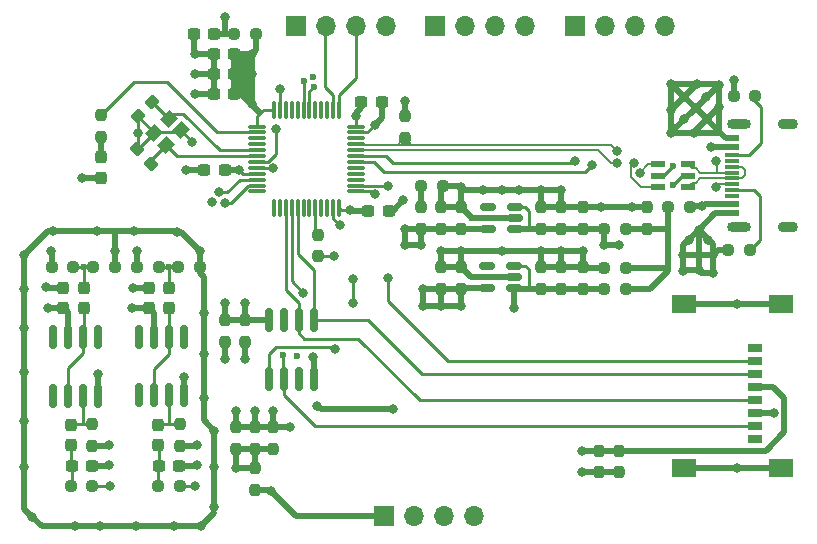
<source format=gbr>
%TF.GenerationSoftware,KiCad,Pcbnew,(6.0.4)*%
%TF.CreationDate,2023-01-30T14:26:25+01:00*%
%TF.ProjectId,Apollo - DSP,41706f6c-6c6f-4202-9d20-4453502e6b69,rev?*%
%TF.SameCoordinates,Original*%
%TF.FileFunction,Copper,L1,Top*%
%TF.FilePolarity,Positive*%
%FSLAX46Y46*%
G04 Gerber Fmt 4.6, Leading zero omitted, Abs format (unit mm)*
G04 Created by KiCad (PCBNEW (6.0.4)) date 2023-01-30 14:26:25*
%MOMM*%
%LPD*%
G01*
G04 APERTURE LIST*
G04 Aperture macros list*
%AMRoundRect*
0 Rectangle with rounded corners*
0 $1 Rounding radius*
0 $2 $3 $4 $5 $6 $7 $8 $9 X,Y pos of 4 corners*
0 Add a 4 corners polygon primitive as box body*
4,1,4,$2,$3,$4,$5,$6,$7,$8,$9,$2,$3,0*
0 Add four circle primitives for the rounded corners*
1,1,$1+$1,$2,$3*
1,1,$1+$1,$4,$5*
1,1,$1+$1,$6,$7*
1,1,$1+$1,$8,$9*
0 Add four rect primitives between the rounded corners*
20,1,$1+$1,$2,$3,$4,$5,0*
20,1,$1+$1,$4,$5,$6,$7,0*
20,1,$1+$1,$6,$7,$8,$9,0*
20,1,$1+$1,$8,$9,$2,$3,0*%
%AMRotRect*
0 Rectangle, with rotation*
0 The origin of the aperture is its center*
0 $1 length*
0 $2 width*
0 $3 Rotation angle, in degrees counterclockwise*
0 Add horizontal line*
21,1,$1,$2,0,0,$3*%
G04 Aperture macros list end*
%TA.AperFunction,SMDPad,CuDef*%
%ADD10RoundRect,0.237500X0.237500X-0.250000X0.237500X0.250000X-0.237500X0.250000X-0.237500X-0.250000X0*%
%TD*%
%TA.AperFunction,SMDPad,CuDef*%
%ADD11RoundRect,0.237500X0.250000X0.237500X-0.250000X0.237500X-0.250000X-0.237500X0.250000X-0.237500X0*%
%TD*%
%TA.AperFunction,SMDPad,CuDef*%
%ADD12RoundRect,0.237500X0.237500X-0.300000X0.237500X0.300000X-0.237500X0.300000X-0.237500X-0.300000X0*%
%TD*%
%TA.AperFunction,SMDPad,CuDef*%
%ADD13RoundRect,0.237500X0.380070X-0.044194X-0.044194X0.380070X-0.380070X0.044194X0.044194X-0.380070X0*%
%TD*%
%TA.AperFunction,SMDPad,CuDef*%
%ADD14RoundRect,0.237500X-0.237500X0.250000X-0.237500X-0.250000X0.237500X-0.250000X0.237500X0.250000X0*%
%TD*%
%TA.AperFunction,SMDPad,CuDef*%
%ADD15RoundRect,0.237500X0.300000X0.237500X-0.300000X0.237500X-0.300000X-0.237500X0.300000X-0.237500X0*%
%TD*%
%TA.AperFunction,SMDPad,CuDef*%
%ADD16RoundRect,0.237500X-0.250000X-0.237500X0.250000X-0.237500X0.250000X0.237500X-0.250000X0.237500X0*%
%TD*%
%TA.AperFunction,SMDPad,CuDef*%
%ADD17RoundRect,0.237500X0.044194X0.380070X-0.380070X-0.044194X-0.044194X-0.380070X0.380070X0.044194X0*%
%TD*%
%TA.AperFunction,SMDPad,CuDef*%
%ADD18RoundRect,0.150000X0.150000X-0.825000X0.150000X0.825000X-0.150000X0.825000X-0.150000X-0.825000X0*%
%TD*%
%TA.AperFunction,SMDPad,CuDef*%
%ADD19RoundRect,0.237500X-0.300000X-0.237500X0.300000X-0.237500X0.300000X0.237500X-0.300000X0.237500X0*%
%TD*%
%TA.AperFunction,SMDPad,CuDef*%
%ADD20R,1.160000X0.600000*%
%TD*%
%TA.AperFunction,SMDPad,CuDef*%
%ADD21R,1.160000X0.300000*%
%TD*%
%TA.AperFunction,ComponentPad*%
%ADD22O,1.700000X0.900000*%
%TD*%
%TA.AperFunction,ComponentPad*%
%ADD23O,2.000000X0.900000*%
%TD*%
%TA.AperFunction,ComponentPad*%
%ADD24R,1.700000X1.700000*%
%TD*%
%TA.AperFunction,ComponentPad*%
%ADD25O,1.700000X1.700000*%
%TD*%
%TA.AperFunction,SMDPad,CuDef*%
%ADD26RoundRect,0.150000X0.512500X0.150000X-0.512500X0.150000X-0.512500X-0.150000X0.512500X-0.150000X0*%
%TD*%
%TA.AperFunction,SMDPad,CuDef*%
%ADD27RoundRect,0.041300X0.563700X0.253700X-0.563700X0.253700X-0.563700X-0.253700X0.563700X-0.253700X0*%
%TD*%
%TA.AperFunction,SMDPad,CuDef*%
%ADD28RotRect,1.150000X1.000000X225.000000*%
%TD*%
%TA.AperFunction,SMDPad,CuDef*%
%ADD29R,1.200000X0.800000*%
%TD*%
%TA.AperFunction,SMDPad,CuDef*%
%ADD30R,2.000000X1.500000*%
%TD*%
%TA.AperFunction,SMDPad,CuDef*%
%ADD31RoundRect,0.075000X-0.662500X-0.075000X0.662500X-0.075000X0.662500X0.075000X-0.662500X0.075000X0*%
%TD*%
%TA.AperFunction,SMDPad,CuDef*%
%ADD32RoundRect,0.075000X-0.075000X-0.662500X0.075000X-0.662500X0.075000X0.662500X-0.075000X0.662500X0*%
%TD*%
%TA.AperFunction,SMDPad,CuDef*%
%ADD33RoundRect,0.237500X0.237500X-0.287500X0.237500X0.287500X-0.237500X0.287500X-0.237500X-0.287500X0*%
%TD*%
%TA.AperFunction,ViaPad*%
%ADD34C,0.800000*%
%TD*%
%TA.AperFunction,ViaPad*%
%ADD35C,0.600000*%
%TD*%
%TA.AperFunction,Conductor*%
%ADD36C,0.508000*%
%TD*%
%TA.AperFunction,Conductor*%
%ADD37C,0.254000*%
%TD*%
%TA.AperFunction,Conductor*%
%ADD38C,0.200000*%
%TD*%
G04 APERTURE END LIST*
D10*
%TO.P,C2,1*%
%TO.N,+5V*%
X103425000Y-98312500D03*
%TO.P,C2,2*%
%TO.N,GND*%
X103425000Y-96487500D03*
%TD*%
D11*
%TO.P,D1,1,K*%
%TO.N,GND*%
X91537500Y-94712500D03*
%TO.P,D1,2,A*%
%TO.N,Net-(D1-Pad2)*%
X89712500Y-94712500D03*
%TD*%
D10*
%TO.P,C9,1*%
%TO.N,+5VA*%
X103425000Y-103412500D03*
%TO.P,C9,2*%
%TO.N,GND*%
X103425000Y-101587500D03*
%TD*%
%TO.P,C1,1*%
%TO.N,VBUS*%
X108825000Y-98312500D03*
%TO.P,C1,2*%
%TO.N,GND*%
X108825000Y-96487500D03*
%TD*%
D12*
%TO.P,C26,1*%
%TO.N,/Analog/CH1_LPF*%
X67470000Y-116617500D03*
%TO.P,C26,2*%
%TO.N,/Analog/CH1_+*%
X67470000Y-114892500D03*
%TD*%
D13*
%TO.P,C21,1*%
%TO.N,PD1*%
X66833624Y-92796187D03*
%TO.P,C21,2*%
%TO.N,GND*%
X65613864Y-91576427D03*
%TD*%
D14*
%TO.P,C31,1*%
%TO.N,3.3V*%
X104800000Y-117087500D03*
%TO.P,C31,2*%
%TO.N,GND*%
X104800000Y-118912500D03*
%TD*%
D11*
%TO.P,F1,1*%
%TO.N,/POW*%
X112437500Y-96500000D03*
%TO.P,F1,2*%
%TO.N,VBUS*%
X110612500Y-96500000D03*
%TD*%
D15*
%TO.P,C28,1*%
%TO.N,GND*%
X61832500Y-118367500D03*
%TO.P,C28,2*%
%TO.N,/Analog/CH0_LPF*%
X60107500Y-118367500D03*
%TD*%
D10*
%TO.P,C23,1*%
%TO.N,VAA*%
X74000000Y-116912500D03*
%TO.P,C23,2*%
%TO.N,GND*%
X74000000Y-115087500D03*
%TD*%
D16*
%TO.P,R11,1*%
%TO.N,/Analog/CH0_LPF*%
X60057500Y-120067500D03*
%TO.P,R11,2*%
%TO.N,CH0_IN*%
X61882500Y-120067500D03*
%TD*%
D11*
%TO.P,R8,1*%
%TO.N,3.3V*%
X75725000Y-81800000D03*
%TO.P,R8,2*%
%TO.N,NRST*%
X73900000Y-81800000D03*
%TD*%
%TO.P,FB1,1*%
%TO.N,VBUS*%
X107037500Y-98300000D03*
%TO.P,FB1,2*%
%TO.N,+5V*%
X105212500Y-98300000D03*
%TD*%
D16*
%TO.P,D3,1,K*%
%TO.N,+3.3VA*%
X65657500Y-101567500D03*
%TO.P,D3,2,A*%
%TO.N,ADC_CH1_IN*%
X67482500Y-101567500D03*
%TD*%
D14*
%TO.P,R1,1*%
%TO.N,Net-(D1-Pad2)*%
X89725000Y-96500000D03*
%TO.P,R1,2*%
%TO.N,3.3V*%
X89725000Y-98325000D03*
%TD*%
D10*
%TO.P,C3,1*%
%TO.N,+5V*%
X101525000Y-98325000D03*
%TO.P,C3,2*%
%TO.N,GND*%
X101525000Y-96500000D03*
%TD*%
%TO.P,C12,1*%
%TO.N,+3.3VA*%
X93125000Y-103400000D03*
%TO.P,C12,2*%
%TO.N,GND*%
X93125000Y-101575000D03*
%TD*%
D15*
%TO.P,C33,1*%
%TO.N,GND*%
X69232500Y-118355000D03*
%TO.P,C33,2*%
%TO.N,/Analog/CH1_LPF*%
X67507500Y-118355000D03*
%TD*%
D10*
%TO.P,C7,1*%
%TO.N,VAA*%
X75600000Y-116912500D03*
%TO.P,C7,2*%
%TO.N,GND*%
X75600000Y-115087500D03*
%TD*%
D14*
%TO.P,C30,1*%
%TO.N,3.3V*%
X106500000Y-117087500D03*
%TO.P,C30,2*%
%TO.N,GND*%
X106500000Y-118912500D03*
%TD*%
D17*
%TO.P,C20,1*%
%TO.N,PD0*%
X66933624Y-87576427D03*
%TO.P,C20,2*%
%TO.N,GND*%
X65713864Y-88796187D03*
%TD*%
D18*
%TO.P,U6,1*%
%TO.N,N/C*%
X58517500Y-112442500D03*
%TO.P,U6,2,-*%
%TO.N,/Analog/CH0_OP_OUT*%
X59787500Y-112442500D03*
%TO.P,U6,3,+*%
%TO.N,/Analog/CH0_+*%
X61057500Y-112442500D03*
%TO.P,U6,4,V-*%
%TO.N,GND*%
X62327500Y-112442500D03*
%TO.P,U6,5*%
%TO.N,N/C*%
X62327500Y-107492500D03*
%TO.P,U6,6*%
%TO.N,/Analog/CH0_OP_OUT*%
X61057500Y-107492500D03*
%TO.P,U6,7,V+*%
%TO.N,+5VA*%
X59787500Y-107492500D03*
%TO.P,U6,8,NC*%
%TO.N,unconnected-(U6-Pad8)*%
X58517500Y-107492500D03*
%TD*%
D19*
%TO.P,C14,1*%
%TO.N,3.3V*%
X84637500Y-87600000D03*
%TO.P,C14,2*%
%TO.N,GND*%
X86362500Y-87600000D03*
%TD*%
D20*
%TO.P,J1,A1,GND*%
%TO.N,GND*%
X116015000Y-97000000D03*
%TO.P,J1,A4,VBUS*%
%TO.N,/POW*%
X116015000Y-96200000D03*
D21*
%TO.P,J1,A5,CC1*%
%TO.N,Net-(J1-PadA5)*%
X116015000Y-95050000D03*
%TO.P,J1,A6,D+*%
%TO.N,USB_CONN_+*%
X116015000Y-94050000D03*
%TO.P,J1,A7,D-*%
%TO.N,USB_CONN_-*%
X116015000Y-93550000D03*
%TO.P,J1,A8,SBU1*%
%TO.N,unconnected-(J1-PadA8)*%
X116015000Y-92550000D03*
D20*
%TO.P,J1,A9,VBUS*%
%TO.N,/POW*%
X116015000Y-91400000D03*
%TO.P,J1,A12,GND*%
%TO.N,GND*%
X116015000Y-90600000D03*
%TO.P,J1,B1,GND*%
X116015000Y-90600000D03*
%TO.P,J1,B4,VBUS*%
%TO.N,/POW*%
X116015000Y-91400000D03*
D21*
%TO.P,J1,B5,CC2*%
%TO.N,Net-(J1-PadB5)*%
X116015000Y-92050000D03*
%TO.P,J1,B6,D+*%
%TO.N,USB_CONN_+*%
X116015000Y-93050000D03*
%TO.P,J1,B7,D-*%
%TO.N,USB_CONN_-*%
X116015000Y-94550000D03*
%TO.P,J1,B8,SBU2*%
%TO.N,unconnected-(J1-PadB8)*%
X116015000Y-95550000D03*
D20*
%TO.P,J1,B9,VBUS*%
%TO.N,/POW*%
X116015000Y-96200000D03*
%TO.P,J1,B12,GND*%
%TO.N,GND*%
X116015000Y-97000000D03*
D22*
%TO.P,J1,S1,SHIELD*%
%TO.N,unconnected-(J1-PadS1)*%
X120765000Y-89480000D03*
D23*
X116595000Y-89480000D03*
D22*
X120765000Y-98120000D03*
D23*
X116595000Y-98120000D03*
%TD*%
D15*
%TO.P,C17,1*%
%TO.N,3.3V*%
X73862500Y-86900000D03*
%TO.P,C17,2*%
%TO.N,GND*%
X72137500Y-86900000D03*
%TD*%
%TO.P,C19,1*%
%TO.N,3.3V*%
X73862500Y-85200000D03*
%TO.P,C19,2*%
%TO.N,GND*%
X72137500Y-85200000D03*
%TD*%
D14*
%TO.P,C35,1*%
%TO.N,3.3V*%
X73080000Y-106060000D03*
%TO.P,C35,2*%
%TO.N,GND*%
X73080000Y-107885000D03*
%TD*%
D10*
%TO.P,C10,1*%
%TO.N,+5VA*%
X99825000Y-103400000D03*
%TO.P,C10,2*%
%TO.N,GND*%
X99825000Y-101575000D03*
%TD*%
D24*
%TO.P,J5,1,Pin_1*%
%TO.N,3.3V*%
X102700000Y-81100000D03*
D25*
%TO.P,J5,2,Pin_2*%
%TO.N,Rx*%
X105240000Y-81100000D03*
%TO.P,J5,3,Pin_3*%
%TO.N,Tx*%
X107780000Y-81100000D03*
%TO.P,J5,4,Pin_4*%
%TO.N,GND*%
X110320000Y-81100000D03*
%TD*%
D26*
%TO.P,U1,1,VIN*%
%TO.N,+5V*%
X97625000Y-98362500D03*
%TO.P,U1,2,GND*%
%TO.N,GND*%
X97625000Y-97412500D03*
%TO.P,U1,3,EN*%
%TO.N,+5V*%
X97625000Y-96462500D03*
%TO.P,U1,4,NC*%
%TO.N,unconnected-(U1-Pad4)*%
X95350000Y-96462500D03*
%TO.P,U1,5,VOUT*%
%TO.N,3.3V*%
X95350000Y-98362500D03*
%TD*%
D10*
%TO.P,R5,1*%
%TO.N,VAA*%
X77200000Y-116912500D03*
%TO.P,R5,2*%
%TO.N,GND*%
X77200000Y-115087500D03*
%TD*%
D14*
%TO.P,R7,1*%
%TO.N,PC13_LED*%
X62600000Y-88710000D03*
%TO.P,R7,2*%
%TO.N,Net-(D2-Pad2)*%
X62600000Y-90535000D03*
%TD*%
D10*
%TO.P,C11,1*%
%TO.N,+5VA*%
X101525000Y-103400000D03*
%TO.P,C11,2*%
%TO.N,GND*%
X101525000Y-101575000D03*
%TD*%
D12*
%TO.P,C27,1*%
%TO.N,/Analog/CH0_LPF*%
X60070000Y-116630000D03*
%TO.P,C27,2*%
%TO.N,/Analog/CH0_+*%
X60070000Y-114905000D03*
%TD*%
D24*
%TO.P,J6,1,Pin_1*%
%TO.N,+3.3VA*%
X86600000Y-122600000D03*
D25*
%TO.P,J6,2,Pin_2*%
%TO.N,CH0_IN*%
X89140000Y-122600000D03*
%TO.P,J6,3,Pin_3*%
%TO.N,CH1_IN*%
X91680000Y-122600000D03*
%TO.P,J6,4,Pin_4*%
%TO.N,GND*%
X94220000Y-122600000D03*
%TD*%
D14*
%TO.P,R13,1*%
%TO.N,3.3V*%
X88300000Y-88787500D03*
%TO.P,R13,2*%
%TO.N,USB_D+*%
X88300000Y-90612500D03*
%TD*%
D16*
%TO.P,D6,1,K*%
%TO.N,ADC_CH0_IN*%
X61922500Y-101567500D03*
%TO.P,D6,2,A*%
%TO.N,GND*%
X63747500Y-101567500D03*
%TD*%
D10*
%TO.P,C13,1*%
%TO.N,+3.3VA*%
X91425000Y-103400000D03*
%TO.P,C13,2*%
%TO.N,GND*%
X91425000Y-101575000D03*
%TD*%
D12*
%TO.P,C29,1*%
%TO.N,/Analog/CH0_OP_OUT*%
X61122500Y-105030000D03*
%TO.P,C29,2*%
%TO.N,ADC_CH0_IN*%
X61122500Y-103305000D03*
%TD*%
D10*
%TO.P,C4,1*%
%TO.N,+5V*%
X99825000Y-98325000D03*
%TO.P,C4,2*%
%TO.N,GND*%
X99825000Y-96500000D03*
%TD*%
D27*
%TO.P,U2,1*%
%TO.N,USB_CONN_+*%
X112280000Y-94750000D03*
%TO.P,U2,2*%
%TO.N,GND*%
X112280000Y-93800000D03*
%TO.P,U2,3*%
%TO.N,USB_CONN_-*%
X112280000Y-92850000D03*
%TO.P,U2,4*%
%TO.N,USB_D-*%
X109770000Y-92850000D03*
%TO.P,U2,5*%
%TO.N,+5V*%
X109770000Y-93800000D03*
%TO.P,U2,6*%
%TO.N,USB_D+*%
X109770000Y-94750000D03*
%TD*%
D14*
%TO.P,R10,1*%
%TO.N,/Analog/CH0_+*%
X61870000Y-114855000D03*
%TO.P,R10,2*%
%TO.N,VAA*%
X61870000Y-116680000D03*
%TD*%
D16*
%TO.P,R12,1*%
%TO.N,/Analog/CH1_LPF*%
X67457500Y-120055000D03*
%TO.P,R12,2*%
%TO.N,CH1_IN*%
X69282500Y-120055000D03*
%TD*%
D28*
%TO.P,Y1,1,1*%
%TO.N,PD0*%
X68347488Y-88972614D03*
%TO.P,Y1,2,2*%
%TO.N,GND*%
X67110051Y-90210051D03*
%TO.P,Y1,3,3*%
%TO.N,PD1*%
X68100000Y-91200000D03*
%TO.P,Y1,4,4*%
%TO.N,GND*%
X69337437Y-89962563D03*
%TD*%
D15*
%TO.P,C22,1*%
%TO.N,NRST*%
X72175000Y-81800000D03*
%TO.P,C22,2*%
%TO.N,GND*%
X70450000Y-81800000D03*
%TD*%
%TO.P,C15,1*%
%TO.N,3.3V*%
X73062500Y-93300000D03*
%TO.P,C15,2*%
%TO.N,GND*%
X71337500Y-93300000D03*
%TD*%
D11*
%TO.P,R3,1*%
%TO.N,Net-(J1-PadB5)*%
X118012500Y-87100000D03*
%TO.P,R3,2*%
%TO.N,GND*%
X116187500Y-87100000D03*
%TD*%
D12*
%TO.P,C25,1*%
%TO.N,+5VA*%
X59422500Y-105030000D03*
%TO.P,C25,2*%
%TO.N,GND*%
X59422500Y-103305000D03*
%TD*%
D11*
%TO.P,R2,1*%
%TO.N,Net-(J1-PadA5)*%
X117537500Y-100100000D03*
%TO.P,R2,2*%
%TO.N,GND*%
X115712500Y-100100000D03*
%TD*%
D14*
%TO.P,R6,1*%
%TO.N,Net-(R6-Pad1)*%
X81000000Y-98797500D03*
%TO.P,R6,2*%
%TO.N,GND*%
X81000000Y-100622500D03*
%TD*%
D12*
%TO.P,C32,1*%
%TO.N,/Analog/CH1_OP_OUT*%
X68370000Y-105030000D03*
%TO.P,C32,2*%
%TO.N,ADC_CH1_IN*%
X68370000Y-103305000D03*
%TD*%
D11*
%TO.P,FB2,1*%
%TO.N,VBUS*%
X107037500Y-103400000D03*
%TO.P,FB2,2*%
%TO.N,+5VA*%
X105212500Y-103400000D03*
%TD*%
D16*
%TO.P,D4,1,K*%
%TO.N,+3.3VA*%
X58422500Y-101567500D03*
%TO.P,D4,2,A*%
%TO.N,ADC_CH0_IN*%
X60247500Y-101567500D03*
%TD*%
D14*
%TO.P,R4,1*%
%TO.N,VAA*%
X75600000Y-118587500D03*
%TO.P,R4,2*%
%TO.N,+3.3VA*%
X75600000Y-120412500D03*
%TD*%
D29*
%TO.P,J3,1,DAT2*%
%TO.N,unconnected-(J3-Pad1)*%
X118000000Y-108400000D03*
%TO.P,J3,2,CD/DAT3*%
%TO.N,SD_nCS*%
X118000000Y-109500000D03*
%TO.P,J3,3,CMD*%
%TO.N,MOSI*%
X118000000Y-110600000D03*
%TO.P,J3,4,VDD*%
%TO.N,3.3V*%
X118000000Y-111700000D03*
%TO.P,J3,5,CLK*%
%TO.N,SCLK*%
X118000000Y-112800000D03*
%TO.P,J3,6,VSS*%
%TO.N,GND*%
X118000000Y-113900000D03*
%TO.P,J3,7,DAT0*%
%TO.N,MISO*%
X118000000Y-115000000D03*
%TO.P,J3,8,DAT1*%
%TO.N,unconnected-(J3-Pad8)*%
X118000000Y-116100000D03*
D30*
%TO.P,J3,9,SHIELD*%
%TO.N,GND*%
X120200000Y-118570000D03*
%TO.P,J3,10,SHIELD*%
X112000000Y-118570000D03*
%TO.P,J3,11,SHIELD*%
X112000000Y-104680000D03*
%TO.P,J3,12,SHIELD*%
X120200000Y-104680000D03*
%TD*%
D31*
%TO.P,U4,1,VBAT*%
%TO.N,3.3V*%
X75837500Y-89650000D03*
%TO.P,U4,2,PC13*%
%TO.N,PC13_LED*%
X75837500Y-90150000D03*
%TO.P,U4,3,PC14*%
%TO.N,PC14*%
X75837500Y-90650000D03*
%TO.P,U4,4,PC15*%
%TO.N,PC15*%
X75837500Y-91150000D03*
%TO.P,U4,5,PD0*%
%TO.N,PD0*%
X75837500Y-91650000D03*
%TO.P,U4,6,PD1*%
%TO.N,PD1*%
X75837500Y-92150000D03*
%TO.P,U4,7,NRST*%
%TO.N,NRST*%
X75837500Y-92650000D03*
%TO.P,U4,8,VSSA*%
%TO.N,GND*%
X75837500Y-93150000D03*
%TO.P,U4,9,VDDA*%
%TO.N,3.3V*%
X75837500Y-93650000D03*
%TO.P,U4,10,PA0*%
%TO.N,ADC_CH0_IN*%
X75837500Y-94150000D03*
%TO.P,U4,11,PA1*%
%TO.N,ADC_CH1_IN*%
X75837500Y-94650000D03*
%TO.P,U4,12,PA2*%
%TO.N,PA2*%
X75837500Y-95150000D03*
D32*
%TO.P,U4,13,PA3*%
%TO.N,PA3*%
X77250000Y-96562500D03*
%TO.P,U4,14,PA4*%
%TO.N,PA4*%
X77750000Y-96562500D03*
%TO.P,U4,15,PA5*%
%TO.N,SCLK*%
X78250000Y-96562500D03*
%TO.P,U4,16,PA6*%
%TO.N,MISO*%
X78750000Y-96562500D03*
%TO.P,U4,17,PA7*%
%TO.N,MOSI*%
X79250000Y-96562500D03*
%TO.P,U4,18,PB0*%
%TO.N,PB0*%
X79750000Y-96562500D03*
%TO.P,U4,19,PB1*%
%TO.N,PB1*%
X80250000Y-96562500D03*
%TO.P,U4,20,PB2*%
%TO.N,Net-(R6-Pad1)*%
X80750000Y-96562500D03*
%TO.P,U4,21,PB10*%
%TO.N,PB10*%
X81250000Y-96562500D03*
%TO.P,U4,22,PB11*%
%TO.N,PB11*%
X81750000Y-96562500D03*
%TO.P,U4,23,VSS*%
%TO.N,GND*%
X82250000Y-96562500D03*
%TO.P,U4,24,VDD*%
%TO.N,3.3V*%
X82750000Y-96562500D03*
D31*
%TO.P,U4,25,PB12*%
%TO.N,RAM_nCS*%
X84162500Y-95150000D03*
%TO.P,U4,26,PB13*%
%TO.N,SD_nCS*%
X84162500Y-94650000D03*
%TO.P,U4,27,PB14*%
%TO.N,PB14*%
X84162500Y-94150000D03*
%TO.P,U4,28,PB15*%
%TO.N,PB15*%
X84162500Y-93650000D03*
%TO.P,U4,29,PA8*%
%TO.N,PA8*%
X84162500Y-93150000D03*
%TO.P,U4,30,PA9*%
%TO.N,Tx*%
X84162500Y-92650000D03*
%TO.P,U4,31,PA10*%
%TO.N,Rx*%
X84162500Y-92150000D03*
%TO.P,U4,32,PA11*%
%TO.N,USB_D-*%
X84162500Y-91650000D03*
%TO.P,U4,33,PA12*%
%TO.N,USB_D+*%
X84162500Y-91150000D03*
%TO.P,U4,34,PA13*%
%TO.N,PA13*%
X84162500Y-90650000D03*
%TO.P,U4,35,VSS*%
%TO.N,GND*%
X84162500Y-90150000D03*
%TO.P,U4,36,VDD*%
%TO.N,3.3V*%
X84162500Y-89650000D03*
D32*
%TO.P,U4,37,PA14*%
%TO.N,SWCLK*%
X82750000Y-88237500D03*
%TO.P,U4,38,PA15*%
%TO.N,SWDIO*%
X82250000Y-88237500D03*
%TO.P,U4,39,PB3*%
%TO.N,PB3*%
X81750000Y-88237500D03*
%TO.P,U4,40,PB4*%
%TO.N,PB4*%
X81250000Y-88237500D03*
%TO.P,U4,41,PB5*%
%TO.N,PB5*%
X80750000Y-88237500D03*
%TO.P,U4,42,PB6*%
%TO.N,SCL*%
X80250000Y-88237500D03*
%TO.P,U4,43,PB7*%
%TO.N,SDA*%
X79750000Y-88237500D03*
%TO.P,U4,44,BOOT0*%
%TO.N,BOOT0*%
X79250000Y-88237500D03*
%TO.P,U4,45,PB8*%
%TO.N,PB8*%
X78750000Y-88237500D03*
%TO.P,U4,46,PB9*%
%TO.N,PB9*%
X78250000Y-88237500D03*
%TO.P,U4,47,VSS*%
%TO.N,GND*%
X77750000Y-88237500D03*
%TO.P,U4,48,VDD*%
%TO.N,3.3V*%
X77250000Y-88237500D03*
%TD*%
D24*
%TO.P,J4,1,Pin_1*%
%TO.N,3.3V*%
X90920000Y-81100000D03*
D25*
%TO.P,J4,2,Pin_2*%
%TO.N,SDA*%
X93460000Y-81100000D03*
%TO.P,J4,3,Pin_3*%
%TO.N,SCL*%
X96000000Y-81100000D03*
%TO.P,J4,4,Pin_4*%
%TO.N,GND*%
X98540000Y-81100000D03*
%TD*%
D14*
%TO.P,R9,1*%
%TO.N,/Analog/CH1_+*%
X69270000Y-114855000D03*
%TO.P,R9,2*%
%TO.N,VAA*%
X69270000Y-116680000D03*
%TD*%
D10*
%TO.P,C5,1*%
%TO.N,3.3V*%
X93125000Y-98325000D03*
%TO.P,C5,2*%
%TO.N,GND*%
X93125000Y-96500000D03*
%TD*%
D15*
%TO.P,C18,1*%
%TO.N,3.3V*%
X73862500Y-83500000D03*
%TO.P,C18,2*%
%TO.N,GND*%
X72137500Y-83500000D03*
%TD*%
D18*
%TO.P,U7,1,~{CE}*%
%TO.N,RAM_nCS*%
X76795000Y-110997500D03*
%TO.P,U7,2,SO/SIO*%
%TO.N,MISO*%
X78065000Y-110997500D03*
%TO.P,U7,3,SIO2*%
%TO.N,SIO2*%
X79335000Y-110997500D03*
%TO.P,U7,4,VSS*%
%TO.N,GND*%
X80605000Y-110997500D03*
%TO.P,U7,5,SI/SIO*%
%TO.N,MOSI*%
X80605000Y-106047500D03*
%TO.P,U7,6,SCLK*%
%TO.N,SCLK*%
X79335000Y-106047500D03*
%TO.P,U7,7,SIO3*%
%TO.N,SIO3*%
X78065000Y-106047500D03*
%TO.P,U7,8,VCC*%
%TO.N,3.3V*%
X76795000Y-106047500D03*
%TD*%
D11*
%TO.P,C8,1*%
%TO.N,VBUS*%
X107012500Y-101600000D03*
%TO.P,C8,2*%
%TO.N,GND*%
X105187500Y-101600000D03*
%TD*%
D16*
%TO.P,D5,1,K*%
%TO.N,ADC_CH1_IN*%
X69157500Y-101567500D03*
%TO.P,D5,2,A*%
%TO.N,GND*%
X70982500Y-101567500D03*
%TD*%
D26*
%TO.P,U3,1,VIN*%
%TO.N,+5VA*%
X97562500Y-103337500D03*
%TO.P,U3,2,GND*%
%TO.N,GND*%
X97562500Y-102387500D03*
%TO.P,U3,3,EN*%
%TO.N,+5VA*%
X97562500Y-101437500D03*
%TO.P,U3,4,NC*%
%TO.N,unconnected-(U3-Pad4)*%
X95287500Y-101437500D03*
%TO.P,U3,5,VOUT*%
%TO.N,+3.3VA*%
X95287500Y-103337500D03*
%TD*%
D14*
%TO.P,C34,1*%
%TO.N,3.3V*%
X74780000Y-106060000D03*
%TO.P,C34,2*%
%TO.N,GND*%
X74780000Y-107885000D03*
%TD*%
D33*
%TO.P,D2,1,K*%
%TO.N,GND*%
X62600000Y-93997500D03*
%TO.P,D2,2,A*%
%TO.N,Net-(D2-Pad2)*%
X62600000Y-92247500D03*
%TD*%
D24*
%TO.P,J2,1,Pin_1*%
%TO.N,3.3V*%
X79100000Y-81100000D03*
D25*
%TO.P,J2,2,Pin_2*%
%TO.N,SWDIO*%
X81640000Y-81100000D03*
%TO.P,J2,3,Pin_3*%
%TO.N,SWCLK*%
X84180000Y-81100000D03*
%TO.P,J2,4,Pin_4*%
%TO.N,GND*%
X86720000Y-81100000D03*
%TD*%
D19*
%TO.P,C16,1*%
%TO.N,3.3V*%
X85237500Y-96800000D03*
%TO.P,C16,2*%
%TO.N,GND*%
X86962500Y-96800000D03*
%TD*%
D18*
%TO.P,U5,1*%
%TO.N,N/C*%
X65830000Y-112405000D03*
%TO.P,U5,2,-*%
%TO.N,/Analog/CH1_OP_OUT*%
X67100000Y-112405000D03*
%TO.P,U5,3,+*%
%TO.N,/Analog/CH1_+*%
X68370000Y-112405000D03*
%TO.P,U5,4,V-*%
%TO.N,GND*%
X69640000Y-112405000D03*
%TO.P,U5,5*%
%TO.N,N/C*%
X69640000Y-107455000D03*
%TO.P,U5,6*%
%TO.N,/Analog/CH1_OP_OUT*%
X68370000Y-107455000D03*
%TO.P,U5,7,V+*%
%TO.N,+5VA*%
X67100000Y-107455000D03*
%TO.P,U5,8,NC*%
%TO.N,unconnected-(U5-Pad8)*%
X65830000Y-107455000D03*
%TD*%
D12*
%TO.P,C24,1*%
%TO.N,+5VA*%
X66670000Y-105030000D03*
%TO.P,C24,2*%
%TO.N,GND*%
X66670000Y-103305000D03*
%TD*%
D10*
%TO.P,C6,1*%
%TO.N,3.3V*%
X91425000Y-98325000D03*
%TO.P,C6,2*%
%TO.N,GND*%
X91425000Y-96500000D03*
%TD*%
D34*
%TO.N,GND*%
X56100000Y-110400000D03*
X116430000Y-118570000D03*
X93125000Y-100187500D03*
X114400000Y-102022500D03*
X112800000Y-90222500D03*
X114900000Y-88022500D03*
X71300000Y-112600000D03*
X85800000Y-89500000D03*
X80580000Y-109172500D03*
X65270000Y-103330000D03*
X111900000Y-100522500D03*
D35*
X79200000Y-109100000D03*
D34*
X70600000Y-86900000D03*
X112000000Y-89022500D03*
X63270000Y-118330000D03*
X65400000Y-98500000D03*
X103350000Y-118887500D03*
X61000000Y-94000000D03*
X71300000Y-108900000D03*
X62500000Y-123500000D03*
D35*
X94037500Y-97412500D03*
D34*
X56100000Y-103400000D03*
X112950000Y-88072500D03*
D35*
X111000000Y-94622500D03*
D34*
X73080000Y-109372500D03*
D35*
X96525000Y-97412500D03*
D34*
X70770000Y-118330000D03*
X113850000Y-87172500D03*
X119600000Y-113900000D03*
X110900000Y-86022500D03*
X78600000Y-115122500D03*
X107537500Y-96487500D03*
X103425000Y-100200000D03*
X116420000Y-104680000D03*
X60400000Y-123500000D03*
X98025000Y-95012500D03*
X104937500Y-96487500D03*
X71300000Y-105400000D03*
X114400000Y-100522500D03*
X57970000Y-103230000D03*
X101525000Y-95012500D03*
X116200000Y-85700000D03*
X56800000Y-122700000D03*
X99825000Y-95012500D03*
X114000000Y-99222500D03*
X113900000Y-89022500D03*
X94925000Y-95012500D03*
X110900000Y-90222500D03*
X82800000Y-98022500D03*
X56100000Y-100500000D03*
X70300000Y-91000000D03*
X77200000Y-113722500D03*
X65713864Y-90213864D03*
X62300000Y-98500000D03*
X77200000Y-93200000D03*
D35*
X80556997Y-85456997D03*
D34*
X62370000Y-110630000D03*
X65600000Y-123500000D03*
X96525000Y-100187500D03*
X111900000Y-101922500D03*
X74000000Y-113722500D03*
X114900000Y-86122500D03*
X112350000Y-99272500D03*
X56100000Y-114600000D03*
X72200000Y-118500000D03*
X72028858Y-96020245D03*
X113200000Y-98422500D03*
X68800000Y-123500000D03*
X113200000Y-101822500D03*
X70600000Y-85200000D03*
X58500000Y-98500000D03*
X71100000Y-123500000D03*
X101525000Y-100187500D03*
X93125000Y-94812500D03*
X113100000Y-86022500D03*
X72200000Y-115400000D03*
D35*
X96425000Y-102387500D03*
D34*
X99825000Y-100187500D03*
X113200000Y-100522500D03*
X56100000Y-106700000D03*
X63770000Y-100230000D03*
X74780000Y-109372500D03*
X75600000Y-113722500D03*
X69000000Y-98600000D03*
X91425000Y-100187500D03*
X110900000Y-88222500D03*
X82300000Y-100622500D03*
X96525000Y-95012500D03*
X112000000Y-87122500D03*
X72200000Y-121900000D03*
X70600000Y-83500000D03*
X70970000Y-100230000D03*
X69800000Y-93300000D03*
X88200000Y-95900000D03*
X56100000Y-118500000D03*
X77800000Y-86500000D03*
X69670000Y-110830000D03*
D35*
%TO.N,+5V*%
X102510000Y-98312500D03*
X111000000Y-93022500D03*
X98812500Y-98325000D03*
D34*
X105200000Y-99722500D03*
X106500000Y-99722500D03*
%TO.N,3.3V*%
X74300000Y-93300000D03*
X75400000Y-85200000D03*
X74780000Y-104572500D03*
X75400000Y-83500000D03*
X75350000Y-87750000D03*
X73080000Y-104572500D03*
X88300000Y-99722500D03*
X88300000Y-87500000D03*
X89700000Y-99722500D03*
X84200000Y-88800000D03*
X83700000Y-96700000D03*
X88300000Y-98322500D03*
X103350000Y-117087500D03*
%TO.N,VAA*%
X70770000Y-116630000D03*
X74000000Y-118522500D03*
X63270000Y-116630000D03*
%TO.N,+5VA*%
X80900000Y-113300000D03*
X65200000Y-105000000D03*
X58100000Y-105000000D03*
X97600000Y-105000000D03*
X87300000Y-113600000D03*
%TO.N,+3.3VA*%
X77000000Y-120522500D03*
X89900000Y-103422500D03*
X91400000Y-104822500D03*
X89900000Y-104822500D03*
X93100000Y-104822500D03*
X65670000Y-100230000D03*
X58370000Y-100230000D03*
%TO.N,NRST*%
X77400000Y-89900000D03*
X73100000Y-80400000D03*
%TO.N,USB_CONN_-*%
X114700000Y-94749500D03*
X114700000Y-92600000D03*
%TO.N,CH1_IN*%
X70600000Y-120100000D03*
%TO.N,CH0_IN*%
X63400000Y-120100000D03*
%TO.N,USB_D-*%
X106300000Y-92700000D03*
X108200000Y-93600000D03*
%TO.N,USB_D+*%
X106300000Y-91700497D03*
X107712770Y-92723527D03*
%TO.N,ADC_CH1_IN*%
X73100000Y-96100000D03*
D35*
X68332500Y-101567500D03*
%TO.N,ADC_CH0_IN*%
X61122500Y-101582500D03*
D34*
X72600000Y-95200000D03*
D35*
%TO.N,MISO*%
X78000000Y-109022500D03*
D34*
X79700000Y-103722500D03*
D35*
%TO.N,SDA*%
X79800000Y-85800000D03*
D34*
%TO.N,SD_nCS*%
X86900000Y-102500000D03*
X86900000Y-94700000D03*
D35*
%TO.N,SCL*%
X80600000Y-86300000D03*
D34*
%TO.N,Rx*%
X102700000Y-92600000D03*
%TO.N,Tx*%
X104200000Y-92900000D03*
%TO.N,/POW*%
X114225000Y-91400000D03*
X113500000Y-96422500D03*
%TO.N,RAM_nCS*%
X85800000Y-95400000D03*
X83900000Y-102569000D03*
X82400000Y-108500000D03*
X83900000Y-104600000D03*
%TD*%
D36*
%TO.N,VBUS*%
X107012500Y-101600000D02*
X110600000Y-101600000D01*
X109912500Y-98312500D02*
X109937500Y-98287500D01*
X110612500Y-101587500D02*
X110612500Y-98287500D01*
X107050000Y-103412500D02*
X107037500Y-103400000D01*
X109912500Y-98312500D02*
X108825000Y-98312500D01*
X107050000Y-98312500D02*
X107037500Y-98300000D01*
X107037500Y-103400000D02*
X109100000Y-103400000D01*
X109100000Y-103400000D02*
X110612500Y-101887500D01*
X109937500Y-98287500D02*
X110612500Y-98287500D01*
X110612500Y-96500000D02*
X110612500Y-98287500D01*
X110612500Y-101887500D02*
X110612500Y-101587500D01*
X110600000Y-101600000D02*
X110612500Y-101587500D01*
X108825000Y-98312500D02*
X107050000Y-98312500D01*
%TO.N,GND*%
X77200000Y-115087500D02*
X78565000Y-115087500D01*
X91425000Y-96500000D02*
X91425000Y-94825000D01*
D37*
X77750000Y-86550000D02*
X77800000Y-86500000D01*
D36*
X93125000Y-100187500D02*
X99825000Y-100187500D01*
D37*
X65713864Y-91476427D02*
X65613864Y-91576427D01*
D36*
X113100000Y-86022500D02*
X114800000Y-86022500D01*
X103375000Y-118912500D02*
X103350000Y-118887500D01*
X85800000Y-89500000D02*
X86362500Y-88937500D01*
X101525000Y-96500000D02*
X101525000Y-95012500D01*
X97562500Y-102387500D02*
X93937500Y-102387500D01*
X104800000Y-118912500D02*
X106500000Y-118912500D01*
X113200000Y-100522500D02*
X111900000Y-100522500D01*
X70970000Y-101555000D02*
X70982500Y-101567500D01*
X114800000Y-86022500D02*
X114900000Y-86122500D01*
X74000000Y-115087500D02*
X74000000Y-113722500D01*
X68800000Y-123500000D02*
X71100000Y-123500000D01*
X112950000Y-88072500D02*
X114900000Y-86122500D01*
X80605000Y-110997500D02*
X80605000Y-109197500D01*
X71337500Y-93300000D02*
X69800000Y-93300000D01*
X116187500Y-87100000D02*
X116187500Y-85712500D01*
X56100000Y-106700000D02*
X56100000Y-100500000D01*
D37*
X69186660Y-90113340D02*
X69337437Y-89962563D01*
D36*
X120200000Y-118570000D02*
X116430000Y-118570000D01*
X115477500Y-90600000D02*
X115050000Y-90172500D01*
X103425000Y-100200000D02*
X101537500Y-100200000D01*
X70982500Y-102082500D02*
X71300000Y-102400000D01*
X63747500Y-100252500D02*
X63770000Y-100230000D01*
X101525000Y-101575000D02*
X101525000Y-100187500D01*
X72137500Y-83500000D02*
X70600000Y-83500000D01*
X62327500Y-112505000D02*
X62327500Y-110672500D01*
X62600000Y-93997500D02*
X61002500Y-93997500D01*
D37*
X81000000Y-100622500D02*
X82300000Y-100622500D01*
X85800000Y-89500000D02*
X85150000Y-90150000D01*
X67206762Y-90113340D02*
X69186660Y-90113340D01*
D36*
X113400000Y-102022500D02*
X113200000Y-101822500D01*
X72137500Y-86900000D02*
X70600000Y-86900000D01*
X93125000Y-96500000D02*
X91425000Y-96500000D01*
X101537500Y-101587500D02*
X101525000Y-101575000D01*
X66670000Y-103305000D02*
X65295000Y-103305000D01*
X70450000Y-81800000D02*
X70450000Y-83350000D01*
X72200000Y-122400000D02*
X71100000Y-123500000D01*
X56100000Y-106700000D02*
X56100000Y-110400000D01*
X93125000Y-96500000D02*
X93125000Y-94812500D01*
X62300000Y-98500000D02*
X63800000Y-98500000D01*
X78565000Y-115087500D02*
X78600000Y-115122500D01*
X72200000Y-115400000D02*
X72200000Y-118500000D01*
X72137500Y-85200000D02*
X70600000Y-85200000D01*
X71300000Y-102400000D02*
X71300000Y-114500000D01*
D37*
X67110051Y-90210051D02*
X67206762Y-90113340D01*
D36*
X72137500Y-85200000D02*
X72137500Y-83500000D01*
X65400000Y-98500000D02*
X68900000Y-98500000D01*
X110900000Y-90222500D02*
X110900000Y-90122500D01*
X98025000Y-95012500D02*
X93325000Y-95012500D01*
X70745000Y-118355000D02*
X70770000Y-118330000D01*
X114400000Y-100522500D02*
X114400000Y-99622500D01*
D37*
X82250000Y-97472500D02*
X82800000Y-98022500D01*
D36*
X112800000Y-90222500D02*
X112800000Y-90122500D01*
X112000000Y-104680000D02*
X120200000Y-104680000D01*
X62327500Y-110672500D02*
X62370000Y-110630000D01*
X101525000Y-96500000D02*
X99825000Y-96500000D01*
X113200000Y-100522500D02*
X114400000Y-100522500D01*
X93325000Y-95012500D02*
X93125000Y-94812500D01*
X77200000Y-115087500D02*
X77200000Y-113722500D01*
X108825000Y-96487500D02*
X107537500Y-96487500D01*
X111900000Y-100522500D02*
X111900000Y-101922500D01*
X75600000Y-115087500D02*
X75600000Y-113722500D01*
X62500000Y-123500000D02*
X65600000Y-123500000D01*
X63747500Y-101567500D02*
X63747500Y-100252500D01*
X103437500Y-101600000D02*
X103425000Y-101587500D01*
X86362500Y-88937500D02*
X86362500Y-87600000D01*
X75600000Y-115087500D02*
X74000000Y-115087500D01*
X114400000Y-100522500D02*
X114400000Y-102022500D01*
X114900000Y-88022500D02*
X114900000Y-87822500D01*
X56100000Y-122000000D02*
X56100000Y-110400000D01*
X101525000Y-95012500D02*
X99825000Y-95012500D01*
X113200000Y-101822500D02*
X112000000Y-101822500D01*
X69000000Y-98600000D02*
X69340000Y-98600000D01*
X57600000Y-123500000D02*
X60400000Y-123500000D01*
X69340000Y-98600000D02*
X70970000Y-100230000D01*
X58500000Y-98500000D02*
X62300000Y-98500000D01*
X116015000Y-90600000D02*
X115477500Y-90600000D01*
X65600000Y-123500000D02*
X68800000Y-123500000D01*
X63800000Y-98500000D02*
X65400000Y-98500000D01*
D37*
X77200000Y-93200000D02*
X77150000Y-93150000D01*
D36*
X112800000Y-90122500D02*
X113900000Y-89022500D01*
X93937500Y-102387500D02*
X93125000Y-101575000D01*
X111900000Y-100522500D02*
X111900000Y-99722500D01*
X111900000Y-99722500D02*
X113200000Y-98422500D01*
X99825000Y-96500000D02*
X99825000Y-95012500D01*
X69232500Y-118355000D02*
X70745000Y-118355000D01*
D37*
X85150000Y-90150000D02*
X84162500Y-90150000D01*
D36*
X110900000Y-88222500D02*
X112000000Y-87122500D01*
X70970000Y-100230000D02*
X70970000Y-101555000D01*
X61002500Y-93997500D02*
X61000000Y-94000000D01*
X87300000Y-96800000D02*
X88200000Y-95900000D01*
X114600000Y-90222500D02*
X115000000Y-90222500D01*
X91425000Y-101575000D02*
X93125000Y-101575000D01*
X63232500Y-118367500D02*
X63270000Y-118330000D01*
X99825000Y-101575000D02*
X99825000Y-100187500D01*
X113900000Y-89022500D02*
X115050000Y-90172500D01*
X104800000Y-118912500D02*
X103375000Y-118912500D01*
X80605000Y-109197500D02*
X80580000Y-109172500D01*
X114400000Y-99622500D02*
X113200000Y-98422500D01*
X63800000Y-98500000D02*
X63800000Y-100200000D01*
X113200000Y-100522500D02*
X113200000Y-101822500D01*
D37*
X65713864Y-88796187D02*
X65713864Y-91476427D01*
D36*
X94037500Y-97412500D02*
X93125000Y-96500000D01*
D37*
X77150000Y-93150000D02*
X75837500Y-93150000D01*
X67110051Y-90210051D02*
X67110051Y-90192374D01*
X67110051Y-90192374D02*
X65713864Y-88796187D01*
D36*
X115000000Y-90222500D02*
X115050000Y-90172500D01*
X72137500Y-86900000D02*
X72137500Y-85200000D01*
X91425000Y-101575000D02*
X91425000Y-100187500D01*
X70982500Y-101567500D02*
X70982500Y-102082500D01*
X62500000Y-123500000D02*
X60400000Y-123500000D01*
X113900000Y-89022500D02*
X112950000Y-88072500D01*
X114622500Y-97000000D02*
X113200000Y-98422500D01*
X110900000Y-86022500D02*
X113100000Y-86022500D01*
X114400000Y-102022500D02*
X113400000Y-102022500D01*
X58100000Y-98500000D02*
X56100000Y-100500000D01*
X114400000Y-99622500D02*
X114000000Y-99222500D01*
X110900000Y-86022500D02*
X110900000Y-90222500D01*
X69640000Y-110860000D02*
X69640000Y-112467500D01*
D37*
X65613864Y-91576427D02*
X65743675Y-91576427D01*
D36*
X116187500Y-85712500D02*
X116200000Y-85700000D01*
X110900000Y-90122500D02*
X112950000Y-88072500D01*
X101525000Y-101575000D02*
X99825000Y-101575000D01*
X74780000Y-107885000D02*
X74780000Y-109372500D01*
X101537500Y-96487500D02*
X101525000Y-96500000D01*
D37*
X77750000Y-88237500D02*
X77750000Y-86550000D01*
X111822500Y-93800000D02*
X111000000Y-94622500D01*
D36*
X103425000Y-96487500D02*
X101537500Y-96487500D01*
X104937500Y-96487500D02*
X107537500Y-96487500D01*
X99825000Y-95012500D02*
X98025000Y-95012500D01*
X105187500Y-101600000D02*
X103437500Y-101600000D01*
X115712500Y-100100000D02*
X114822500Y-100100000D01*
X56800000Y-122700000D02*
X56100000Y-122000000D01*
X112000000Y-87122500D02*
X113100000Y-86022500D01*
X114900000Y-88022500D02*
X114900000Y-89922500D01*
X69670000Y-110830000D02*
X69640000Y-110860000D01*
X113200000Y-98422500D02*
X113200000Y-100522500D01*
X72200000Y-118500000D02*
X72200000Y-121900000D01*
X114822500Y-100100000D02*
X114400000Y-100522500D01*
X93025000Y-94712500D02*
X93125000Y-94812500D01*
X99825000Y-100187500D02*
X101525000Y-100187500D01*
X91425000Y-100187500D02*
X93125000Y-100187500D01*
X101537500Y-100200000D02*
X101525000Y-100187500D01*
X61832500Y-118367500D02*
X63232500Y-118367500D01*
X114900000Y-86122500D02*
X114900000Y-87822500D01*
X116015000Y-97000000D02*
X114622500Y-97000000D01*
X68900000Y-98500000D02*
X69000000Y-98600000D01*
X103425000Y-101587500D02*
X103425000Y-100200000D01*
X91425000Y-94825000D02*
X91537500Y-94712500D01*
X59422500Y-103305000D02*
X58045000Y-103305000D01*
X118000000Y-113900000D02*
X119600000Y-113900000D01*
D37*
X70300000Y-90925126D02*
X69337437Y-89962563D01*
D36*
X58045000Y-103305000D02*
X57970000Y-103230000D01*
X112000000Y-101822500D02*
X111900000Y-101922500D01*
X93125000Y-101575000D02*
X93125000Y-100187500D01*
D37*
X82250000Y-96562500D02*
X82250000Y-97472500D01*
D36*
X56800000Y-122700000D02*
X57600000Y-123500000D01*
X110900000Y-90222500D02*
X114600000Y-90222500D01*
X112000000Y-118570000D02*
X116430000Y-118570000D01*
X86962500Y-96800000D02*
X87300000Y-96800000D01*
X112950000Y-88072500D02*
X112000000Y-87122500D01*
D37*
X70300000Y-91000000D02*
X70300000Y-90925126D01*
D36*
X114900000Y-89922500D02*
X114600000Y-90222500D01*
X58500000Y-98500000D02*
X58100000Y-98500000D01*
X97625000Y-97412500D02*
X94037500Y-97412500D01*
X71300000Y-114500000D02*
X72200000Y-115400000D01*
X73080000Y-107885000D02*
X73080000Y-109372500D01*
X103425000Y-101587500D02*
X101537500Y-101587500D01*
D37*
X65743675Y-91576427D02*
X67110051Y-90210051D01*
D36*
X65295000Y-103305000D02*
X65270000Y-103330000D01*
X70450000Y-83350000D02*
X70600000Y-83500000D01*
X91537500Y-94712500D02*
X93025000Y-94712500D01*
X103425000Y-96487500D02*
X104937500Y-96487500D01*
D37*
X112280000Y-93800000D02*
X111822500Y-93800000D01*
D36*
X112000000Y-87122500D02*
X110900000Y-86022500D01*
X113900000Y-89022500D02*
X114900000Y-88022500D01*
X77200000Y-115087500D02*
X75600000Y-115087500D01*
X63800000Y-100200000D02*
X63770000Y-100230000D01*
%TO.N,+5V*%
X101525000Y-98325000D02*
X99825000Y-98325000D01*
X103425000Y-98312500D02*
X101537500Y-98312500D01*
D37*
X110222500Y-93800000D02*
X111000000Y-93022500D01*
X98812500Y-96800000D02*
X98812500Y-98325000D01*
D36*
X105212500Y-98300000D02*
X105212500Y-99710000D01*
X99825000Y-98325000D02*
X98812500Y-98325000D01*
D37*
X97625000Y-96462500D02*
X98475000Y-96462500D01*
X98475000Y-96462500D02*
X98812500Y-96800000D01*
X109770000Y-93800000D02*
X110222500Y-93800000D01*
D36*
X97662500Y-98325000D02*
X97625000Y-98362500D01*
X105212500Y-99710000D02*
X105200000Y-99722500D01*
X105212500Y-98300000D02*
X103437500Y-98300000D01*
X98812500Y-98325000D02*
X97662500Y-98325000D01*
X101537500Y-98312500D02*
X101525000Y-98325000D01*
X103437500Y-98300000D02*
X103425000Y-98312500D01*
X105200000Y-99722500D02*
X106500000Y-99722500D01*
%TO.N,3.3V*%
X73862500Y-86900000D02*
X74500000Y-86900000D01*
X104800000Y-117087500D02*
X103350000Y-117087500D01*
X74780000Y-106060000D02*
X74780000Y-104572500D01*
X74700000Y-87000000D02*
X74650000Y-87050000D01*
X73862500Y-85200000D02*
X73862500Y-86262500D01*
X73080000Y-106060000D02*
X73080000Y-104572500D01*
X73862500Y-85200000D02*
X74700000Y-85200000D01*
X74700000Y-86000000D02*
X75000000Y-86300000D01*
X73900000Y-85200000D02*
X74600000Y-84500000D01*
X74925000Y-85200000D02*
X73862500Y-86262500D01*
X88300000Y-88787500D02*
X88300000Y-87500000D01*
X74650000Y-87050000D02*
X76100000Y-88500000D01*
X74700000Y-85900000D02*
X74700000Y-86000000D01*
X89700000Y-99722500D02*
X88300000Y-99722500D01*
X93125000Y-98325000D02*
X91425000Y-98325000D01*
X83800000Y-96800000D02*
X83700000Y-96700000D01*
X73862500Y-86900000D02*
X74100000Y-86900000D01*
X75400000Y-87700000D02*
X75350000Y-87750000D01*
X74500000Y-86900000D02*
X74650000Y-87050000D01*
X75400000Y-85200000D02*
X74700000Y-85900000D01*
D37*
X84200000Y-88800000D02*
X84162500Y-88837500D01*
D36*
X74600000Y-83500000D02*
X75100000Y-84000000D01*
X74100000Y-86900000D02*
X75400000Y-85600000D01*
X75400000Y-83500000D02*
X75400000Y-85200000D01*
X73862500Y-85200000D02*
X73900000Y-85200000D01*
D37*
X75837500Y-93650000D02*
X74650000Y-93650000D01*
D36*
X73862500Y-86837500D02*
X74700000Y-86000000D01*
X75400000Y-86600000D02*
X75400000Y-87700000D01*
D37*
X75837500Y-89650000D02*
X75837500Y-88762500D01*
X75837500Y-88762500D02*
X76100000Y-88500000D01*
D36*
X75000000Y-86300000D02*
X75300000Y-86600000D01*
X74600000Y-83500000D02*
X74600000Y-84500000D01*
D37*
X83700000Y-96700000D02*
X82887500Y-96700000D01*
D36*
X115187500Y-117087500D02*
X115200000Y-117100000D01*
X106500000Y-117087500D02*
X115187500Y-117087500D01*
X73862500Y-86900000D02*
X73862500Y-86837500D01*
X84637500Y-88062500D02*
X84200000Y-88500000D01*
X74600000Y-83500000D02*
X75400000Y-83500000D01*
X75400000Y-85600000D02*
X75400000Y-86600000D01*
X119500000Y-111700000D02*
X118000000Y-111700000D01*
X73080000Y-106060000D02*
X74780000Y-106060000D01*
D37*
X77250000Y-88237500D02*
X76362500Y-88237500D01*
X82887500Y-96700000D02*
X82750000Y-96562500D01*
D36*
X75300000Y-86600000D02*
X75400000Y-86600000D01*
X89725000Y-99697500D02*
X89700000Y-99722500D01*
X73862500Y-83762500D02*
X74600000Y-84500000D01*
D37*
X84162500Y-88837500D02*
X84162500Y-89650000D01*
D36*
X75400000Y-85200000D02*
X75400000Y-85600000D01*
X75100000Y-84000000D02*
X75100000Y-85200000D01*
X75400000Y-83662500D02*
X73862500Y-85200000D01*
X88302500Y-98325000D02*
X88300000Y-98322500D01*
X73862500Y-84662500D02*
X73862500Y-85200000D01*
X75400000Y-86600000D02*
X75000000Y-87000000D01*
X73062500Y-93300000D02*
X74300000Y-93300000D01*
X118907022Y-117100000D02*
X120453511Y-115553511D01*
X104800000Y-117087500D02*
X106500000Y-117087500D01*
X74780000Y-106060000D02*
X76782500Y-106060000D01*
X75100000Y-85200000D02*
X75400000Y-85200000D01*
X75725000Y-83175000D02*
X75400000Y-83500000D01*
X73862500Y-83500000D02*
X73862500Y-83762500D01*
D37*
X84637500Y-87600000D02*
X84637500Y-88062500D01*
D36*
X74700000Y-86000000D02*
X74700000Y-87000000D01*
X74700000Y-85200000D02*
X74700000Y-86000000D01*
X74600000Y-84500000D02*
X74600000Y-85100000D01*
X73862500Y-83500000D02*
X74600000Y-83500000D01*
X74600000Y-84500000D02*
X74025000Y-84500000D01*
X73862500Y-83500000D02*
X73862500Y-84662500D01*
X85237500Y-96800000D02*
X83800000Y-96800000D01*
X74600000Y-85100000D02*
X74700000Y-85200000D01*
X120453511Y-115553511D02*
X120453511Y-112653511D01*
X73862500Y-86262500D02*
X73862500Y-86900000D01*
X120453511Y-112653511D02*
X119500000Y-111700000D01*
X74025000Y-84500000D02*
X73862500Y-84662500D01*
X115200000Y-117100000D02*
X118907022Y-117100000D01*
X88300000Y-99722500D02*
X88300000Y-98322500D01*
X75000000Y-87000000D02*
X74700000Y-87000000D01*
X75400000Y-83500000D02*
X75400000Y-83662500D01*
X75000000Y-87000000D02*
X75000000Y-86300000D01*
X93162500Y-98362500D02*
X93125000Y-98325000D01*
X75400000Y-85200000D02*
X74925000Y-85200000D01*
X74700000Y-85200000D02*
X75100000Y-85200000D01*
X89725000Y-98325000D02*
X91425000Y-98325000D01*
X84200000Y-88500000D02*
X84200000Y-88800000D01*
X75725000Y-81800000D02*
X75725000Y-83175000D01*
X95350000Y-98362500D02*
X93162500Y-98362500D01*
X89725000Y-98325000D02*
X88302500Y-98325000D01*
X76782500Y-106060000D02*
X76795000Y-106047500D01*
X89725000Y-98325000D02*
X89725000Y-99697500D01*
D37*
X74650000Y-93650000D02*
X74300000Y-93300000D01*
X76362500Y-88237500D02*
X76100000Y-88500000D01*
D36*
%TO.N,VAA*%
X61870000Y-116680000D02*
X63220000Y-116680000D01*
X75600000Y-118587500D02*
X74065000Y-118587500D01*
X74000000Y-116912500D02*
X74000000Y-118522500D01*
X75600000Y-116912500D02*
X77200000Y-116912500D01*
X75600000Y-118587500D02*
X75600000Y-116912500D01*
X63220000Y-116680000D02*
X63270000Y-116630000D01*
X69270000Y-116680000D02*
X70720000Y-116680000D01*
X70720000Y-116680000D02*
X70770000Y-116630000D01*
X74065000Y-118587500D02*
X74000000Y-118522500D01*
X74000000Y-116912500D02*
X75600000Y-116912500D01*
%TO.N,+5VA*%
X103437500Y-103400000D02*
X103425000Y-103412500D01*
X81200000Y-113600000D02*
X80900000Y-113300000D01*
D37*
X98537500Y-101437500D02*
X98800000Y-101700000D01*
X97562500Y-101437500D02*
X98537500Y-101437500D01*
D36*
X59422500Y-105030000D02*
X58130000Y-105030000D01*
X59787500Y-105395000D02*
X59422500Y-105030000D01*
X67100000Y-105460000D02*
X66670000Y-105030000D01*
X101537500Y-103412500D02*
X101525000Y-103400000D01*
X101525000Y-103400000D02*
X99825000Y-103400000D01*
X105212500Y-103400000D02*
X103437500Y-103400000D01*
X58130000Y-105030000D02*
X58100000Y-105000000D01*
X87300000Y-113600000D02*
X81200000Y-113600000D01*
X66670000Y-105030000D02*
X65230000Y-105030000D01*
X97625000Y-103400000D02*
X97562500Y-103337500D01*
X65230000Y-105030000D02*
X65200000Y-105000000D01*
X103425000Y-103412500D02*
X101537500Y-103412500D01*
X97562500Y-104962500D02*
X97600000Y-105000000D01*
X59787500Y-107430000D02*
X59787500Y-105395000D01*
D37*
X98800000Y-101700000D02*
X98800000Y-103400000D01*
D36*
X97562500Y-103337500D02*
X97562500Y-104962500D01*
X98800000Y-103400000D02*
X97625000Y-103400000D01*
X99825000Y-103400000D02*
X98800000Y-103400000D01*
X67100000Y-107392500D02*
X67100000Y-105460000D01*
%TO.N,+3.3VA*%
X65657500Y-100242500D02*
X65670000Y-100230000D01*
X95287500Y-103337500D02*
X93187500Y-103337500D01*
X91425000Y-103400000D02*
X91425000Y-104797500D01*
X58422500Y-101567500D02*
X58422500Y-100282500D01*
X89922500Y-103400000D02*
X89900000Y-103422500D01*
X91425000Y-104797500D02*
X91400000Y-104822500D01*
X89900000Y-104822500D02*
X91400000Y-104822500D01*
X76890000Y-120412500D02*
X77000000Y-120522500D01*
X65657500Y-101567500D02*
X65657500Y-100242500D01*
X58422500Y-100282500D02*
X58370000Y-100230000D01*
X75600000Y-120412500D02*
X76890000Y-120412500D01*
X93125000Y-104797500D02*
X93100000Y-104822500D01*
X89900000Y-103422500D02*
X89900000Y-104822500D01*
X93187500Y-103337500D02*
X93125000Y-103400000D01*
X93100000Y-104822500D02*
X91400000Y-104822500D01*
X93125000Y-103400000D02*
X91425000Y-103400000D01*
X91425000Y-103400000D02*
X89922500Y-103400000D01*
X93125000Y-103400000D02*
X93125000Y-104797500D01*
X79077500Y-122600000D02*
X86600000Y-122600000D01*
X77000000Y-120522500D02*
X79077500Y-122600000D01*
D37*
%TO.N,PD0*%
X68347488Y-88972614D02*
X68754075Y-88566027D01*
X72650000Y-91650000D02*
X75837500Y-91650000D01*
X66951301Y-87576427D02*
X68347488Y-88972614D01*
X66933624Y-87576427D02*
X66951301Y-87576427D01*
X68754075Y-88566027D02*
X69566027Y-88566027D01*
X69566027Y-88566027D02*
X72650000Y-91650000D01*
%TO.N,PD1*%
X69050000Y-92150000D02*
X75837500Y-92150000D01*
X68100000Y-91200000D02*
X69050000Y-92150000D01*
X66833624Y-92466376D02*
X68100000Y-91200000D01*
X66833624Y-92796187D02*
X66833624Y-92466376D01*
D36*
%TO.N,NRST*%
X73100000Y-81800000D02*
X73100000Y-80400000D01*
D37*
X77400000Y-91972557D02*
X77400000Y-89900000D01*
D36*
X73100000Y-81800000D02*
X72175000Y-81800000D01*
D37*
X76722557Y-92650000D02*
X77400000Y-91972557D01*
D36*
X73900000Y-81800000D02*
X73100000Y-81800000D01*
D37*
X75837500Y-92650000D02*
X76722557Y-92650000D01*
D36*
%TO.N,Net-(D1-Pad2)*%
X89725000Y-96500000D02*
X89725000Y-94725000D01*
X89725000Y-94725000D02*
X89712500Y-94712500D01*
%TO.N,Net-(D2-Pad2)*%
X62600000Y-92247500D02*
X62600000Y-90535000D01*
D37*
%TO.N,SWCLK*%
X82750000Y-86950000D02*
X84180000Y-85520000D01*
X82750000Y-88237500D02*
X82750000Y-86950000D01*
X84180000Y-85520000D02*
X84180000Y-81100000D01*
%TO.N,SWDIO*%
X81600000Y-86300000D02*
X82250000Y-86950000D01*
X82250000Y-86950000D02*
X82250000Y-88237500D01*
X81600000Y-81140000D02*
X81600000Y-86300000D01*
X81640000Y-81100000D02*
X81600000Y-81140000D01*
%TO.N,Net-(J1-PadA5)*%
X118400000Y-99237500D02*
X117537500Y-100100000D01*
X118400000Y-95522500D02*
X117927500Y-95050000D01*
X118400000Y-95522500D02*
X118400000Y-99237500D01*
X117927500Y-95050000D02*
X116015000Y-95050000D01*
%TO.N,Net-(J1-PadB5)*%
X118012500Y-87100000D02*
X118196520Y-87284020D01*
X117921520Y-87444020D02*
X118500000Y-88022500D01*
X117472500Y-92050000D02*
X116015000Y-92050000D01*
X118500000Y-88022500D02*
X118500000Y-91022500D01*
X118500000Y-91022500D02*
X117472500Y-92050000D01*
X117921520Y-87284020D02*
X117921520Y-87444020D01*
%TO.N,Net-(R6-Pad1)*%
X80750000Y-98547500D02*
X81000000Y-98797500D01*
X80750000Y-96562500D02*
X80750000Y-98547500D01*
%TO.N,PC13_LED*%
X72450000Y-90150000D02*
X75837500Y-90150000D01*
X62600000Y-88710000D02*
X65410000Y-85900000D01*
X68200000Y-85900000D02*
X72450000Y-90150000D01*
X65410000Y-85900000D02*
X68200000Y-85900000D01*
D38*
%TO.N,USB_CONN_+*%
X112635480Y-94394520D02*
X113005480Y-94394520D01*
X113005480Y-94394520D02*
X113350000Y-94050000D01*
X117100000Y-93305978D02*
X116844022Y-93050000D01*
X116844022Y-93050000D02*
X116015000Y-93050000D01*
X116844022Y-94050000D02*
X117100000Y-93794022D01*
X116015000Y-94050000D02*
X116844022Y-94050000D01*
X113350000Y-94050000D02*
X116015000Y-94050000D01*
X117100000Y-93794022D02*
X117100000Y-93305978D01*
X112280000Y-94750000D02*
X112635480Y-94394520D01*
%TO.N,USB_CONN_-*%
X112635480Y-93205480D02*
X113005480Y-93205480D01*
X114750000Y-93550000D02*
X116015000Y-93550000D01*
X113005480Y-93205480D02*
X113350000Y-93550000D01*
X112280000Y-92850000D02*
X112635480Y-93205480D01*
X113350000Y-93550000D02*
X114750000Y-93550000D01*
X114750000Y-93550000D02*
X114750000Y-92650000D01*
X114750000Y-92650000D02*
X114700000Y-92600000D01*
X114899500Y-94550000D02*
X116015000Y-94550000D01*
X114700000Y-94749500D02*
X114899500Y-94550000D01*
D37*
%TO.N,CH1_IN*%
X70555000Y-120055000D02*
X70600000Y-120100000D01*
X69282500Y-120055000D02*
X70555000Y-120055000D01*
%TO.N,CH0_IN*%
X63367500Y-120067500D02*
X63400000Y-120100000D01*
X61882500Y-120067500D02*
X63367500Y-120067500D01*
%TO.N,MOSI*%
X89800000Y-110600000D02*
X118000000Y-110600000D01*
X80605000Y-106047500D02*
X85247500Y-106047500D01*
X80605000Y-106047500D02*
X80605000Y-101827500D01*
X80605000Y-101827500D02*
X79250000Y-100472500D01*
X85247500Y-106047500D02*
X89800000Y-110600000D01*
X79250000Y-100472500D02*
X79250000Y-96562500D01*
%TO.N,SCLK*%
X79335000Y-104557500D02*
X78250000Y-103472500D01*
X84400000Y-107600000D02*
X79800000Y-107600000D01*
X118000000Y-112800000D02*
X89600000Y-112800000D01*
X79335000Y-107135000D02*
X79335000Y-106047500D01*
X89600000Y-112800000D02*
X84400000Y-107600000D01*
X79335000Y-106047500D02*
X79335000Y-104557500D01*
X78250000Y-103472500D02*
X78250000Y-96562500D01*
X79800000Y-107600000D02*
X79335000Y-107135000D01*
D38*
%TO.N,USB_D-*%
X108950000Y-92850000D02*
X109770000Y-92850000D01*
X108200000Y-93600000D02*
X108950000Y-92850000D01*
X84187499Y-91625001D02*
X90700000Y-91625000D01*
X84162500Y-91650000D02*
X84187499Y-91625001D01*
X90700000Y-91625000D02*
X104706801Y-91625000D01*
X104706801Y-91625000D02*
X105781801Y-92700000D01*
X105781801Y-92700000D02*
X106300000Y-92700000D01*
%TO.N,USB_D+*%
X88525000Y-91175000D02*
X88775000Y-91175000D01*
X88775000Y-91175000D02*
X104893199Y-91175000D01*
X107500489Y-92935808D02*
X107500489Y-93889748D01*
X107712770Y-92723527D02*
X107500489Y-92935808D01*
X88300000Y-91100000D02*
X88300000Y-90512500D01*
X106289756Y-91700497D02*
X106300000Y-91700497D01*
X88775000Y-91087500D02*
X88300000Y-90612500D01*
X87875000Y-91037500D02*
X88300000Y-90612500D01*
X84162500Y-91150000D02*
X84187499Y-91174999D01*
X87875000Y-91175000D02*
X88125000Y-91175000D01*
X88775000Y-91175000D02*
X88775000Y-91087500D01*
X88375000Y-91175000D02*
X88300000Y-91100000D01*
X88125000Y-91175000D02*
X88125000Y-90787500D01*
X88125000Y-90787500D02*
X88300000Y-90612500D01*
X107500489Y-93889748D02*
X108360741Y-94750000D01*
X84187499Y-91174999D02*
X87875000Y-91175000D01*
X88525000Y-91175000D02*
X88525000Y-90837500D01*
X104893199Y-91175000D02*
X105764259Y-91175000D01*
X88525000Y-90837500D02*
X88300000Y-90612500D01*
X88375000Y-91175000D02*
X88525000Y-91175000D01*
X87875000Y-91175000D02*
X87875000Y-91037500D01*
X105764259Y-91175000D02*
X106289756Y-91700497D01*
X88300000Y-91100000D02*
X88300000Y-90612500D01*
X108360741Y-94750000D02*
X109770000Y-94750000D01*
X88125000Y-91175000D02*
X88375000Y-91175000D01*
D37*
%TO.N,ADC_CH1_IN*%
X73100000Y-96100000D02*
X73582165Y-96100000D01*
X73582165Y-96100000D02*
X75032165Y-94650000D01*
X67482500Y-101567500D02*
X68332500Y-101567500D01*
X68332500Y-101567500D02*
X68370000Y-101530000D01*
X69157500Y-101567500D02*
X68332500Y-101567500D01*
X68370000Y-101530000D02*
X68370000Y-103305000D01*
X75032165Y-94650000D02*
X75837500Y-94650000D01*
%TO.N,ADC_CH0_IN*%
X61107500Y-101567500D02*
X60247500Y-101567500D01*
X73300000Y-95200000D02*
X74350000Y-94150000D01*
X61122500Y-101582500D02*
X61107500Y-101567500D01*
X61122500Y-103305000D02*
X61122500Y-101582500D01*
X61922500Y-101567500D02*
X61107500Y-101567500D01*
X74350000Y-94150000D02*
X75837500Y-94150000D01*
X72600000Y-95200000D02*
X73300000Y-95200000D01*
%TO.N,MISO*%
X78000000Y-110932500D02*
X78065000Y-110997500D01*
X78065000Y-112365000D02*
X78065000Y-110997500D01*
X118000000Y-115000000D02*
X80700000Y-115000000D01*
X78750000Y-102772500D02*
X78750000Y-96562500D01*
X78000000Y-109022500D02*
X78000000Y-110932500D01*
X79700000Y-103722500D02*
X78750000Y-102772500D01*
X80700000Y-115000000D02*
X78065000Y-112365000D01*
%TO.N,SDA*%
X79750000Y-85850000D02*
X79750000Y-88237500D01*
X79800000Y-85800000D02*
X79750000Y-85850000D01*
%TO.N,SD_nCS*%
X86850000Y-94650000D02*
X86900000Y-94700000D01*
X92000000Y-109500000D02*
X118000000Y-109500000D01*
X84162500Y-94650000D02*
X86850000Y-94650000D01*
X86900000Y-104400000D02*
X92000000Y-109500000D01*
X86900000Y-102500000D02*
X86900000Y-104400000D01*
%TO.N,SCL*%
X80250000Y-86650000D02*
X80600000Y-86300000D01*
X80250000Y-88237500D02*
X80250000Y-86650000D01*
%TO.N,Rx*%
X86750000Y-92150000D02*
X84162500Y-92150000D01*
X102600000Y-92700000D02*
X87300000Y-92700000D01*
X102700000Y-92600000D02*
X102600000Y-92700000D01*
X87300000Y-92700000D02*
X86750000Y-92150000D01*
%TO.N,Tx*%
X104200000Y-92900000D02*
X103600000Y-93500000D01*
X86600000Y-93500000D02*
X85750000Y-92650000D01*
X103600000Y-93500000D02*
X86600000Y-93500000D01*
X85750000Y-92650000D02*
X84162500Y-92650000D01*
%TO.N,/Analog/CH0_LPF*%
X60070000Y-118330000D02*
X60107500Y-118367500D01*
X60070000Y-116630000D02*
X60070000Y-118330000D01*
X60107500Y-120017500D02*
X60057500Y-120067500D01*
X60107500Y-118367500D02*
X60107500Y-120017500D01*
%TO.N,/Analog/CH1_+*%
X68370000Y-114780000D02*
X68295000Y-114855000D01*
X68370000Y-112467500D02*
X68370000Y-114780000D01*
X69270000Y-114855000D02*
X68295000Y-114855000D01*
X68295000Y-114855000D02*
X67507500Y-114855000D01*
X67507500Y-114855000D02*
X67470000Y-114892500D01*
%TO.N,/Analog/CH1_LPF*%
X67507500Y-118355000D02*
X67507500Y-116655000D01*
X67457500Y-120055000D02*
X67457500Y-118405000D01*
X67457500Y-118405000D02*
X67507500Y-118355000D01*
X67507500Y-116655000D02*
X67470000Y-116617500D01*
%TO.N,/Analog/CH0_+*%
X61870000Y-114855000D02*
X60995000Y-114855000D01*
X60995000Y-114855000D02*
X60120000Y-114855000D01*
X61057500Y-114792500D02*
X60995000Y-114855000D01*
X61057500Y-112505000D02*
X61057500Y-114792500D01*
X60120000Y-114855000D02*
X60070000Y-114905000D01*
%TO.N,/Analog/CH0_OP_OUT*%
X61122500Y-105030000D02*
X61122500Y-107365000D01*
X59787500Y-110112500D02*
X59787500Y-112505000D01*
X61122500Y-107365000D02*
X61057500Y-107430000D01*
X61057500Y-108842500D02*
X59787500Y-110112500D01*
X61057500Y-107430000D02*
X61057500Y-108842500D01*
%TO.N,/Analog/CH1_OP_OUT*%
X68370000Y-107392500D02*
X68370000Y-108930000D01*
X68370000Y-108930000D02*
X67100000Y-110200000D01*
X67100000Y-110200000D02*
X67100000Y-112467500D01*
X68370000Y-105030000D02*
X68370000Y-107392500D01*
D36*
%TO.N,/POW*%
X116015000Y-91400000D02*
X114225000Y-91400000D01*
X113500000Y-96422500D02*
X113722500Y-96200000D01*
X113500000Y-96422500D02*
X112515000Y-96422500D01*
X112515000Y-96422500D02*
X112437500Y-96500000D01*
X113722500Y-96200000D02*
X116015000Y-96200000D01*
D37*
%TO.N,RAM_nCS*%
X83900000Y-102569000D02*
X83900000Y-104600000D01*
X77404011Y-108295989D02*
X76800000Y-108900000D01*
X82400000Y-108500000D02*
X82195989Y-108295989D01*
X76795000Y-108900000D02*
X76795000Y-110997500D01*
X76800000Y-108900000D02*
X76795000Y-108900000D01*
X84162500Y-95150000D02*
X85550000Y-95150000D01*
X85550000Y-95150000D02*
X85800000Y-95400000D01*
X82195989Y-108295989D02*
X77404011Y-108295989D01*
%TD*%
M02*

</source>
